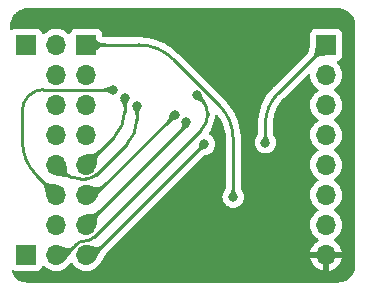
<source format=gbr>
%TF.GenerationSoftware,KiCad,Pcbnew,(6.0.1)*%
%TF.CreationDate,2022-09-16T08:00:15-07:00*%
%TF.ProjectId,takshaka-mux-board-rounded,74616b73-6861-46b6-912d-6d75782d626f,rev?*%
%TF.SameCoordinates,Original*%
%TF.FileFunction,Copper,L2,Bot*%
%TF.FilePolarity,Positive*%
%FSLAX46Y46*%
G04 Gerber Fmt 4.6, Leading zero omitted, Abs format (unit mm)*
G04 Created by KiCad (PCBNEW (6.0.1)) date 2022-09-16 08:00:15*
%MOMM*%
%LPD*%
G01*
G04 APERTURE LIST*
%TA.AperFunction,ComponentPad*%
%ADD10R,1.700000X1.700000*%
%TD*%
%TA.AperFunction,ComponentPad*%
%ADD11O,1.700000X1.700000*%
%TD*%
%TA.AperFunction,ViaPad*%
%ADD12C,0.800000*%
%TD*%
%TA.AperFunction,Conductor*%
%ADD13C,0.250000*%
%TD*%
G04 APERTURE END LIST*
D10*
%TO.P,J3,1,Pin_1*%
%TO.N,DRIFT*%
X93980000Y-73660000D03*
D11*
%TO.P,J3,2,Pin_2*%
%TO.N,SHIFT*%
X91440000Y-73660000D03*
%TO.P,J3,3,Pin_3*%
%TO.N,RUMBLE*%
X93980000Y-76200000D03*
%TO.P,J3,4,Pin_4*%
%TO.N,HOWL*%
X91440000Y-76200000D03*
%TO.P,J3,5,Pin_5*%
%TO.N,RES*%
X93980000Y-78740000D03*
%TO.P,J3,6,Pin_6*%
%TO.N,DRIVE*%
X91440000Y-78740000D03*
%TO.P,J3,7,Pin_7*%
%TO.N,ATTACK*%
X93980000Y-81280000D03*
%TO.P,J3,8,Pin_8*%
%TO.N,SUSTAIN*%
X91440000Y-81280000D03*
%TO.P,J3,9,Pin_9*%
%TO.N,DECAY*%
X93980000Y-83820000D03*
%TO.P,J3,10,Pin_10*%
%TO.N,P_D_MOD*%
X91440000Y-83820000D03*
%TO.P,J3,11,Pin_11*%
%TO.N,P_S_MOD*%
X93980000Y-86360000D03*
%TO.P,J3,12,Pin_12*%
%TO.N,P_H_MOD*%
X91440000Y-86360000D03*
%TO.P,J3,13,Pin_13*%
%TO.N,SLITHER*%
X93980000Y-88900000D03*
%TO.P,J3,14,Pin_14*%
%TO.N,S_D_MOD*%
X91440000Y-88900000D03*
%TO.P,J3,15,Pin_15*%
%TO.N,S_S_MOD*%
X93980000Y-91440000D03*
%TO.P,J3,16,Pin_16*%
%TO.N,S_C_MOD*%
X91440000Y-91440000D03*
%TD*%
D10*
%TO.P,J4,1,Pin_1*%
%TO.N,+3V3_A*%
X114300000Y-73660000D03*
D11*
%TO.P,J4,2,Pin_2*%
%TO.N,CHANNEL_SELECT_A*%
X114300000Y-76200000D03*
%TO.P,J4,3,Pin_3*%
%TO.N,CHANNEL_SELECT_B*%
X114300000Y-78740000D03*
%TO.P,J4,4,Pin_4*%
%TO.N,CHANNEL_SELECT_C*%
X114300000Y-81280000D03*
%TO.P,J4,5,Pin_5*%
%TO.N,MUX_1_SIGNAL*%
X114300000Y-83820000D03*
%TO.P,J4,6,Pin_6*%
%TO.N,MUX_2_SIGNAL*%
X114300000Y-86360000D03*
%TO.P,J4,7,Pin_7*%
%TO.N,unconnected-(J4-Pad7)*%
X114300000Y-88900000D03*
%TO.P,J4,8,Pin_8*%
%TO.N,GND*%
X114300000Y-91440000D03*
%TD*%
D10*
%TO.P,J1,1,Pin_1*%
%TO.N,unconnected-(J1-Pad1)*%
X88900000Y-73660000D03*
%TD*%
%TO.P,J2,1,Pin_1*%
%TO.N,unconnected-(J2-Pad1)*%
X88900000Y-91440000D03*
%TD*%
D12*
%TO.N,GND*%
X107630000Y-84990000D03*
X97560000Y-90790000D03*
X102900000Y-71910000D03*
X103190000Y-74150000D03*
X110930000Y-75290000D03*
%TO.N,S_C_MOD*%
X103348500Y-77909600D03*
%TO.N,S_S_MOD*%
X103987700Y-82073100D03*
%TO.N,SLITHER*%
X102470000Y-80220000D03*
%TO.N,P_H_MOD*%
X96270000Y-77450000D03*
%TO.N,P_S_MOD*%
X101463400Y-79557300D03*
%TO.N,P_D_MOD*%
X98274100Y-78814300D03*
%TO.N,DECAY*%
X97230000Y-78160000D03*
%TO.N,DRIFT*%
X106434800Y-86550100D03*
%TO.N,+3V3_A*%
X109155400Y-81947300D03*
%TD*%
D13*
%TO.N,S_C_MOD*%
X91843950Y-91439999D02*
G75*
G03*
X92533535Y-91154364I-4J975229D01*
G01*
X104259999Y-79465627D02*
G75*
G03*
X103804249Y-78365351I-1556028J-1D01*
G01*
X93873700Y-90264700D02*
G75*
G03*
X94642751Y-89946148I-1J1087603D01*
G01*
X103726912Y-80861987D02*
G75*
G03*
X104260000Y-79575000I-1286998J1286992D01*
G01*
X93104648Y-90583251D02*
G75*
G02*
X93873700Y-90264700I769048J-769046D01*
G01*
%TO.N,S_S_MOD*%
X94300400Y-91439999D02*
G75*
G03*
X94847356Y-91213441I-4J773521D01*
G01*
%TO.N,SLITHER*%
X102402824Y-80477175D02*
G75*
G03*
X102470000Y-80315000I-162181J162179D01*
G01*
%TO.N,P_H_MOD*%
X89775344Y-84695344D02*
G75*
G02*
X88580000Y-81809527I2885809J2885813D01*
G01*
X88580000Y-79225391D02*
G75*
G02*
X89100000Y-77970000I1775383J3D01*
G01*
X89100000Y-77970000D02*
G75*
G02*
X90355391Y-77450000I1255388J-1255383D01*
G01*
%TO.N,P_S_MOD*%
X94320350Y-86359999D02*
G75*
G03*
X94901362Y-86119335I-2J821680D01*
G01*
%TO.N,P_D_MOD*%
X97424935Y-82065264D02*
G75*
G03*
X98274100Y-80015200I-2050067J2050066D01*
G01*
X93454556Y-85000099D02*
G75*
G02*
X92030050Y-84410050I0J2014555D01*
G01*
X93987368Y-85000100D02*
G75*
G03*
X94845584Y-84644615I-3J1213706D01*
G01*
%TO.N,DECAY*%
X96377936Y-81422063D02*
G75*
G03*
X97230000Y-79365000I-2057072J2057068D01*
G01*
%TO.N,DRIFT*%
X98441727Y-73660000D02*
G75*
G02*
X101327544Y-74855344I4J-4081153D01*
G01*
X106434799Y-81653072D02*
G75*
G03*
X105239454Y-78767256I-4081170J-4D01*
G01*
%TO.N,+3V3_A*%
X114292928Y-73687071D02*
G75*
G03*
X114300000Y-73670000I-17072J17073D01*
G01*
X109155401Y-80385950D02*
G75*
G02*
X110259442Y-77720559I3769422J5D01*
G01*
%TO.N,SLITHER*%
X102470000Y-80220000D02*
X102470000Y-80315000D01*
X102402824Y-80477175D02*
X93980000Y-88900000D01*
%TO.N,DECAY*%
X97230000Y-78160000D02*
X97230000Y-79365000D01*
X96377936Y-81422063D02*
X93980000Y-83820000D01*
%TO.N,+3V3_A*%
X109155400Y-81947300D02*
X109155400Y-80385950D01*
X114292928Y-73687071D02*
X110259441Y-77720558D01*
X114300000Y-73670000D02*
X114300000Y-73660000D01*
%TO.N,S_C_MOD*%
X94642751Y-89946148D02*
X103726912Y-80861987D01*
X104260000Y-79465627D02*
X104260000Y-79575000D01*
X103804250Y-78365350D02*
X103348500Y-77909600D01*
X92533535Y-91154364D02*
X93104648Y-90583251D01*
X91843950Y-91440000D02*
X91440000Y-91440000D01*
%TO.N,P_H_MOD*%
X89775344Y-84695344D02*
X91440000Y-86360000D01*
X88580000Y-81809527D02*
X88580000Y-79225391D01*
X96270000Y-77450000D02*
X90355391Y-77450000D01*
%TO.N,P_D_MOD*%
X97424935Y-82065264D02*
X94845584Y-84644615D01*
X98274100Y-80015200D02*
X98274100Y-78814300D01*
X93454556Y-85000100D02*
X93987368Y-85000100D01*
X92030050Y-84410050D02*
X91440000Y-83820000D01*
%TO.N,P_S_MOD*%
X101463400Y-79557300D02*
X94901363Y-86119336D01*
X94320350Y-86360000D02*
X93980000Y-86360000D01*
%TO.N,S_S_MOD*%
X103987700Y-82073100D02*
X94847357Y-91213442D01*
X94300400Y-91440000D02*
X93980000Y-91440000D01*
%TO.N,DRIFT*%
X106434800Y-86550100D02*
X106434800Y-81653072D01*
X101327544Y-74855344D02*
X105239455Y-78767255D01*
X98441727Y-73660000D02*
X93980000Y-73660000D01*
%TD*%
%TA.AperFunction,Conductor*%
%TO.N,S_C_MOD*%
G36*
X91630814Y-90612122D02*
G01*
X91771811Y-90651108D01*
X91772773Y-90651420D01*
X91908568Y-90701950D01*
X91909083Y-90702155D01*
X92034752Y-90755817D01*
X92152629Y-90806101D01*
X92152793Y-90806160D01*
X92152806Y-90806165D01*
X92222094Y-90831037D01*
X92265074Y-90846465D01*
X92265436Y-90846544D01*
X92265442Y-90846546D01*
X92374103Y-90870345D01*
X92374108Y-90870346D01*
X92374690Y-90870473D01*
X92375288Y-90870480D01*
X92375291Y-90870480D01*
X92483327Y-90871679D01*
X92483330Y-90871679D01*
X92484081Y-90871687D01*
X92595849Y-90843670D01*
X92712597Y-90779985D01*
X92828709Y-90681188D01*
X92837229Y-90678438D01*
X92844562Y-90681827D01*
X93005599Y-90842864D01*
X93009026Y-90851137D01*
X93005767Y-90859239D01*
X92867373Y-91003388D01*
X92867295Y-91003477D01*
X92750002Y-91137271D01*
X92749991Y-91137284D01*
X92749929Y-91137355D01*
X92654629Y-91257005D01*
X92574727Y-91366474D01*
X92503481Y-91469896D01*
X92456414Y-91538805D01*
X92434237Y-91571273D01*
X92434094Y-91571479D01*
X92360113Y-91674953D01*
X92359826Y-91675337D01*
X92274415Y-91785001D01*
X92274042Y-91785456D01*
X92170351Y-91905612D01*
X92169954Y-91906048D01*
X92046982Y-92034818D01*
X92038790Y-92038435D01*
X92033331Y-92037223D01*
X91038359Y-91544604D01*
X91032465Y-91537863D01*
X91033065Y-91528929D01*
X91033702Y-91527803D01*
X91617848Y-90617082D01*
X91625199Y-90611969D01*
X91630814Y-90612122D01*
G37*
%TD.AperFunction*%
%TD*%
%TA.AperFunction,Conductor*%
%TO.N,S_S_MOD*%
G36*
X95341167Y-90558228D02*
G01*
X95502253Y-90719314D01*
X95505680Y-90727587D01*
X95502523Y-90735582D01*
X95361002Y-90886806D01*
X95360859Y-90886959D01*
X95245334Y-91030373D01*
X95155780Y-91161192D01*
X95084298Y-91283049D01*
X95022985Y-91399575D01*
X94964012Y-91514269D01*
X94963876Y-91514525D01*
X94929713Y-91576204D01*
X94899449Y-91630843D01*
X94899072Y-91631476D01*
X94821315Y-91753110D01*
X94820783Y-91753873D01*
X94721716Y-91884654D01*
X94721115Y-91885384D01*
X94598111Y-92023074D01*
X94590044Y-92026960D01*
X94584700Y-92025999D01*
X93868817Y-91712904D01*
X93592436Y-91592028D01*
X93586229Y-91585573D01*
X93586596Y-91576205D01*
X93981648Y-90761260D01*
X94058951Y-90601793D01*
X94065643Y-90595844D01*
X94071237Y-90595330D01*
X94221362Y-90618145D01*
X94222392Y-90618349D01*
X94285215Y-90633765D01*
X94365904Y-90653565D01*
X94366474Y-90653721D01*
X94498556Y-90693687D01*
X94498553Y-90693697D01*
X94498621Y-90693707D01*
X94608261Y-90727587D01*
X94621849Y-90731786D01*
X94738974Y-90761347D01*
X94852829Y-90775783D01*
X94853377Y-90775748D01*
X94853381Y-90775748D01*
X94965631Y-90768552D01*
X94965634Y-90768551D01*
X94966311Y-90768508D01*
X95082316Y-90732934D01*
X95082891Y-90732600D01*
X95082894Y-90732599D01*
X95203271Y-90662746D01*
X95203740Y-90662474D01*
X95325252Y-90557642D01*
X95333754Y-90554833D01*
X95341167Y-90558228D01*
G37*
%TD.AperFunction*%
%TD*%
%TA.AperFunction,Conductor*%
%TO.N,P_S_MOD*%
G36*
X95347199Y-85512069D02*
G01*
X95508285Y-85673155D01*
X95511712Y-85681428D01*
X95508540Y-85689438D01*
X95367434Y-85839680D01*
X95367285Y-85839839D01*
X95251319Y-85981994D01*
X95160635Y-86111274D01*
X95087462Y-86231313D01*
X95087405Y-86231416D01*
X95087402Y-86231421D01*
X95024031Y-86345746D01*
X94962658Y-86458047D01*
X94962471Y-86458376D01*
X94895495Y-86572022D01*
X94895106Y-86572638D01*
X94814729Y-86691393D01*
X94814208Y-86692103D01*
X94712603Y-86819754D01*
X94712010Y-86820443D01*
X94586834Y-86954820D01*
X94578687Y-86958538D01*
X94573336Y-86957452D01*
X93587537Y-86498297D01*
X93581484Y-86491697D01*
X93582134Y-86482222D01*
X93846729Y-85981832D01*
X94088256Y-85525069D01*
X94095152Y-85519358D01*
X94100756Y-85519040D01*
X94171327Y-85532287D01*
X94247400Y-85546568D01*
X94248405Y-85546803D01*
X94388937Y-85586276D01*
X94389506Y-85586452D01*
X94518961Y-85630036D01*
X94519000Y-85630049D01*
X94640055Y-85671277D01*
X94678553Y-85682075D01*
X94754828Y-85703469D01*
X94754833Y-85703470D01*
X94755175Y-85703566D01*
X94755529Y-85703619D01*
X94755532Y-85703620D01*
X94866587Y-85720358D01*
X94866592Y-85720358D01*
X94867154Y-85720443D01*
X94978784Y-85715437D01*
X95092860Y-85682075D01*
X95212176Y-85613885D01*
X95212597Y-85613523D01*
X95212600Y-85613521D01*
X95331298Y-85511470D01*
X95339806Y-85508675D01*
X95347199Y-85512069D01*
G37*
%TD.AperFunction*%
%TD*%
%TA.AperFunction,Conductor*%
%TO.N,P_D_MOD*%
G36*
X91398136Y-83524767D02*
G01*
X92232844Y-83536990D01*
X92241066Y-83540538D01*
X92243927Y-83545488D01*
X92287949Y-83700257D01*
X92288225Y-83701470D01*
X92314869Y-83856036D01*
X92314977Y-83856817D01*
X92330176Y-84003356D01*
X92330194Y-84003548D01*
X92342043Y-84141461D01*
X92358699Y-84270102D01*
X92388334Y-84388948D01*
X92439133Y-84497593D01*
X92519279Y-84595628D01*
X92636957Y-84682644D01*
X92637499Y-84682895D01*
X92637501Y-84682896D01*
X92790546Y-84753700D01*
X92796615Y-84760284D01*
X92796609Y-84768370D01*
X92717756Y-84982039D01*
X92711677Y-84988614D01*
X92702975Y-84989052D01*
X92701702Y-84988614D01*
X92646876Y-84969759D01*
X92507037Y-84921666D01*
X92507025Y-84921662D01*
X92506911Y-84921623D01*
X92506797Y-84921590D01*
X92506781Y-84921585D01*
X92329928Y-84870487D01*
X92329783Y-84870445D01*
X92175586Y-84834608D01*
X92175456Y-84834584D01*
X92175440Y-84834581D01*
X92037596Y-84809499D01*
X92037575Y-84809495D01*
X92037495Y-84809481D01*
X92037409Y-84809468D01*
X92037389Y-84809465D01*
X91908684Y-84790433D01*
X91782456Y-84772849D01*
X91782233Y-84772816D01*
X91703410Y-84760284D01*
X91651817Y-84752081D01*
X91651379Y-84752001D01*
X91510003Y-84723511D01*
X91509416Y-84723377D01*
X91455015Y-84709416D01*
X91350070Y-84682482D01*
X91349467Y-84682310D01*
X91289269Y-84663374D01*
X91172972Y-84626792D01*
X91166110Y-84621041D01*
X91164787Y-84615918D01*
X91164302Y-84596062D01*
X91138307Y-83533120D01*
X91141531Y-83524767D01*
X91150175Y-83521136D01*
X91398136Y-83524767D01*
G37*
%TD.AperFunction*%
%TD*%
%TA.AperFunction,Conductor*%
%TO.N,SLITHER*%
G36*
X102553659Y-80044059D02*
G01*
X102559932Y-80051025D01*
X102717225Y-80524358D01*
X102716582Y-80533290D01*
X102713150Y-80537402D01*
X102649369Y-80585326D01*
X102648767Y-80585749D01*
X102585483Y-80627343D01*
X102584922Y-80627690D01*
X102526582Y-80661487D01*
X102526194Y-80661702D01*
X102470842Y-80691021D01*
X102416676Y-80719105D01*
X102362064Y-80749133D01*
X102361916Y-80749225D01*
X102305333Y-80784289D01*
X102305319Y-80784298D01*
X102305163Y-80784395D01*
X102305012Y-80784503D01*
X102305005Y-80784508D01*
X102244295Y-80828061D01*
X102244131Y-80828179D01*
X102177125Y-80883775D01*
X102176992Y-80883901D01*
X102176986Y-80883906D01*
X102110570Y-80946661D01*
X102102203Y-80949852D01*
X102094262Y-80946430D01*
X101933449Y-80785617D01*
X101930022Y-80777344D01*
X101933098Y-80769437D01*
X101978700Y-80719696D01*
X101978702Y-80719694D01*
X101978907Y-80719470D01*
X102018593Y-80665579D01*
X102020715Y-80661702D01*
X102046260Y-80615016D01*
X102046475Y-80614623D01*
X102064444Y-80565199D01*
X102074392Y-80515907D01*
X102078210Y-80465347D01*
X102077789Y-80412116D01*
X102075021Y-80354816D01*
X102071804Y-80292172D01*
X102071793Y-80291872D01*
X102070222Y-80230719D01*
X102073435Y-80222361D01*
X102077797Y-80219469D01*
X102544709Y-80043766D01*
X102553659Y-80044059D01*
G37*
%TD.AperFunction*%
%TD*%
%TA.AperFunction,Conductor*%
%TO.N,SLITHER*%
G36*
X95094478Y-87624459D02*
G01*
X95255541Y-87785522D01*
X95258968Y-87793795D01*
X95255957Y-87801630D01*
X95159114Y-87909025D01*
X95129686Y-87941659D01*
X95034721Y-88077880D01*
X95034526Y-88078272D01*
X95034523Y-88078277D01*
X95024989Y-88097443D01*
X94971109Y-88205754D01*
X94931461Y-88328993D01*
X94908386Y-88451308D01*
X94908363Y-88451512D01*
X94908362Y-88451521D01*
X94894492Y-88576411D01*
X94894483Y-88576504D01*
X94882407Y-88707827D01*
X94882366Y-88708205D01*
X94864739Y-88849428D01*
X94864608Y-88850241D01*
X94834101Y-89005043D01*
X94833845Y-89006087D01*
X94785347Y-89170725D01*
X94779722Y-89177693D01*
X94774355Y-89179117D01*
X94013149Y-89193997D01*
X93691645Y-89200282D01*
X93683306Y-89197017D01*
X93679718Y-89188355D01*
X93689108Y-88708015D01*
X93700883Y-88105646D01*
X93704471Y-88097443D01*
X93709274Y-88094654D01*
X93797282Y-88068728D01*
X93873912Y-88046154D01*
X93874956Y-88045898D01*
X94029758Y-88015391D01*
X94030571Y-88015260D01*
X94171794Y-87997633D01*
X94172172Y-87997592D01*
X94226979Y-87992552D01*
X94303588Y-87985507D01*
X94304109Y-87985449D01*
X94428478Y-87971637D01*
X94428487Y-87971636D01*
X94428691Y-87971613D01*
X94428906Y-87971573D01*
X94428909Y-87971572D01*
X94461248Y-87965471D01*
X94551006Y-87948538D01*
X94551344Y-87948429D01*
X94551349Y-87948428D01*
X94605322Y-87931064D01*
X94674245Y-87908890D01*
X94738499Y-87876926D01*
X94801722Y-87845476D01*
X94801727Y-87845473D01*
X94802119Y-87845278D01*
X94938340Y-87750313D01*
X94938613Y-87750067D01*
X95078370Y-87624043D01*
X95086809Y-87621048D01*
X95094478Y-87624459D01*
G37*
%TD.AperFunction*%
%TD*%
%TA.AperFunction,Conductor*%
%TO.N,DECAY*%
G36*
X97238433Y-77968769D02*
G01*
X97584174Y-78328297D01*
X97587439Y-78336635D01*
X97586119Y-78341809D01*
X97553736Y-78404005D01*
X97553443Y-78404534D01*
X97518513Y-78463921D01*
X97518320Y-78464236D01*
X97485118Y-78516809D01*
X97485115Y-78516811D01*
X97485116Y-78516812D01*
X97454261Y-78565640D01*
X97426476Y-78613647D01*
X97402374Y-78663935D01*
X97382564Y-78719610D01*
X97367658Y-78783777D01*
X97358266Y-78859538D01*
X97358257Y-78859799D01*
X97355407Y-78938722D01*
X97351684Y-78946866D01*
X97343715Y-78950000D01*
X97116285Y-78950000D01*
X97108012Y-78946573D01*
X97104593Y-78938722D01*
X97101742Y-78859799D01*
X97101733Y-78859538D01*
X97092341Y-78783777D01*
X97077435Y-78719610D01*
X97057625Y-78663935D01*
X97033523Y-78613647D01*
X97005738Y-78565640D01*
X96974883Y-78516812D01*
X96941666Y-78464214D01*
X96941486Y-78463921D01*
X96906556Y-78404534D01*
X96906263Y-78404005D01*
X96873881Y-78341810D01*
X96873100Y-78332889D01*
X96875826Y-78328297D01*
X97221567Y-77968769D01*
X97229771Y-77965181D01*
X97238433Y-77968769D01*
G37*
%TD.AperFunction*%
%TD*%
%TA.AperFunction,Conductor*%
%TO.N,DECAY*%
G36*
X95094478Y-82544459D02*
G01*
X95255540Y-82705522D01*
X95258967Y-82713795D01*
X95255956Y-82721630D01*
X95129932Y-82861386D01*
X95129686Y-82861659D01*
X95034720Y-82997880D01*
X95034525Y-82998272D01*
X95034522Y-82998277D01*
X95024988Y-83017443D01*
X94971108Y-83125754D01*
X94931460Y-83248993D01*
X94908385Y-83371308D01*
X94908362Y-83371512D01*
X94908361Y-83371521D01*
X94894492Y-83496411D01*
X94894483Y-83496504D01*
X94882407Y-83627827D01*
X94882366Y-83628205D01*
X94864738Y-83769428D01*
X94864607Y-83770241D01*
X94834101Y-83925043D01*
X94833845Y-83926087D01*
X94785347Y-84090725D01*
X94779722Y-84097693D01*
X94774355Y-84099117D01*
X94013149Y-84113997D01*
X93691645Y-84120282D01*
X93683306Y-84117017D01*
X93679718Y-84108355D01*
X93689108Y-83628015D01*
X93700883Y-83025646D01*
X93704471Y-83017443D01*
X93709274Y-83014654D01*
X93797282Y-82988728D01*
X93873912Y-82966154D01*
X93874956Y-82965898D01*
X94029758Y-82935391D01*
X94030571Y-82935260D01*
X94171794Y-82917633D01*
X94172172Y-82917592D01*
X94226979Y-82912552D01*
X94303588Y-82905507D01*
X94304109Y-82905449D01*
X94428478Y-82891637D01*
X94428487Y-82891636D01*
X94428691Y-82891613D01*
X94428906Y-82891573D01*
X94428909Y-82891572D01*
X94461222Y-82885476D01*
X94551007Y-82868538D01*
X94551345Y-82868429D01*
X94551350Y-82868428D01*
X94605325Y-82851063D01*
X94674245Y-82828890D01*
X94738498Y-82796927D01*
X94801722Y-82765477D01*
X94801727Y-82765474D01*
X94802119Y-82765279D01*
X94938340Y-82670313D01*
X94938613Y-82670067D01*
X95078370Y-82544043D01*
X95086809Y-82541048D01*
X95094478Y-82544459D01*
G37*
%TD.AperFunction*%
%TD*%
%TA.AperFunction,Conductor*%
%TO.N,+3V3_A*%
G36*
X109277388Y-81160727D02*
G01*
X109280807Y-81168578D01*
X109283666Y-81247761D01*
X109293058Y-81323522D01*
X109307964Y-81387689D01*
X109327774Y-81443364D01*
X109351876Y-81493652D01*
X109379661Y-81541659D01*
X109379704Y-81541727D01*
X109379710Y-81541737D01*
X109410516Y-81590487D01*
X109410518Y-81590490D01*
X109443720Y-81643063D01*
X109443913Y-81643378D01*
X109478843Y-81702765D01*
X109479136Y-81703294D01*
X109511519Y-81765491D01*
X109512300Y-81774412D01*
X109509575Y-81779002D01*
X109163833Y-82138531D01*
X109155629Y-82142119D01*
X109146967Y-82138531D01*
X108801226Y-81779003D01*
X108797961Y-81770664D01*
X108799281Y-81765490D01*
X108831663Y-81703294D01*
X108831956Y-81702765D01*
X108866886Y-81643378D01*
X108867079Y-81643063D01*
X108900281Y-81590490D01*
X108900284Y-81590488D01*
X108900283Y-81590487D01*
X108931089Y-81541737D01*
X108931095Y-81541727D01*
X108931138Y-81541659D01*
X108958923Y-81493652D01*
X108983025Y-81443364D01*
X109002835Y-81387689D01*
X109017741Y-81323522D01*
X109027133Y-81247761D01*
X109029993Y-81168578D01*
X109033716Y-81160434D01*
X109041685Y-81157300D01*
X109269115Y-81157300D01*
X109277388Y-81160727D01*
G37*
%TD.AperFunction*%
%TD*%
%TA.AperFunction,Conductor*%
%TO.N,+3V3_A*%
G36*
X114591737Y-73358111D02*
G01*
X114595468Y-73366711D01*
X114592228Y-74449629D01*
X114588776Y-74457892D01*
X114584028Y-74460758D01*
X114478277Y-74493908D01*
X114417944Y-74512821D01*
X114416925Y-74513091D01*
X114369944Y-74523248D01*
X114260891Y-74546825D01*
X114260084Y-74546970D01*
X114117790Y-74567427D01*
X114117410Y-74567476D01*
X113984952Y-74582076D01*
X113858810Y-74598236D01*
X113801549Y-74609911D01*
X113735743Y-74623328D01*
X113735740Y-74623329D01*
X113735386Y-74623401D01*
X113735044Y-74623515D01*
X113611321Y-74664896D01*
X113611319Y-74664897D01*
X113610906Y-74665035D01*
X113610514Y-74665234D01*
X113481974Y-74730410D01*
X113481971Y-74730412D01*
X113481594Y-74730603D01*
X113481246Y-74730848D01*
X113343968Y-74827363D01*
X113343961Y-74827369D01*
X113343676Y-74827569D01*
X113343416Y-74827804D01*
X113343411Y-74827808D01*
X113272900Y-74891531D01*
X113201630Y-74955940D01*
X113193195Y-74958945D01*
X113185513Y-74955533D01*
X113024462Y-74794482D01*
X113021035Y-74786209D01*
X113024050Y-74778369D01*
X113150615Y-74638153D01*
X113150857Y-74637885D01*
X113246376Y-74501293D01*
X113246567Y-74500912D01*
X113246570Y-74500906D01*
X113278376Y-74437275D01*
X113310463Y-74373082D01*
X113350421Y-74249492D01*
X113373557Y-74126763D01*
X113387176Y-74001132D01*
X113398566Y-73869016D01*
X113398600Y-73868678D01*
X113415033Y-73726515D01*
X113415149Y-73725739D01*
X113443878Y-73569735D01*
X113444112Y-73568721D01*
X113490276Y-73402631D01*
X113495794Y-73395578D01*
X113501127Y-73394072D01*
X113983820Y-73376638D01*
X114583346Y-73354985D01*
X114591737Y-73358111D01*
G37*
%TD.AperFunction*%
%TD*%
%TA.AperFunction,Conductor*%
%TO.N,S_C_MOD*%
G36*
X103718289Y-77778173D02*
G01*
X103726493Y-77781761D01*
X103729071Y-77785914D01*
X103764093Y-77883366D01*
X103798975Y-77972775D01*
X103832501Y-78050662D01*
X103866176Y-78121134D01*
X103901509Y-78188299D01*
X103901534Y-78188342D01*
X103901547Y-78188367D01*
X103939953Y-78256168D01*
X103940006Y-78256261D01*
X103983176Y-78329129D01*
X104007348Y-78369236D01*
X104032514Y-78410992D01*
X104032524Y-78411009D01*
X104089514Y-78505932D01*
X104089559Y-78506007D01*
X104149813Y-78608105D01*
X104151067Y-78616972D01*
X104145635Y-78624157D01*
X103949593Y-78738582D01*
X103940720Y-78739793D01*
X103933829Y-78734766D01*
X103876748Y-78645226D01*
X103876597Y-78644989D01*
X103815102Y-78566489D01*
X103753973Y-78505432D01*
X103691793Y-78458497D01*
X103691438Y-78458298D01*
X103691434Y-78458296D01*
X103659776Y-78440602D01*
X103627143Y-78422362D01*
X103558606Y-78393706D01*
X103484764Y-78369207D01*
X103484697Y-78369187D01*
X103484677Y-78369181D01*
X103404210Y-78345548D01*
X103404199Y-78345545D01*
X103315623Y-78319437D01*
X103315370Y-78319359D01*
X103225146Y-78290020D01*
X103218339Y-78284203D01*
X103217067Y-78279123D01*
X103216622Y-78256320D01*
X103207317Y-77780344D01*
X103210582Y-77772005D01*
X103219244Y-77768417D01*
X103718289Y-77778173D01*
G37*
%TD.AperFunction*%
%TD*%
%TA.AperFunction,Conductor*%
%TO.N,P_H_MOD*%
G36*
X90341630Y-85084043D02*
G01*
X90481386Y-85210067D01*
X90481659Y-85210313D01*
X90617880Y-85305278D01*
X90618272Y-85305473D01*
X90618277Y-85305476D01*
X90681500Y-85336926D01*
X90745754Y-85368890D01*
X90814677Y-85391064D01*
X90868650Y-85408428D01*
X90868655Y-85408429D01*
X90868993Y-85408538D01*
X90958751Y-85425471D01*
X90991090Y-85431572D01*
X90991093Y-85431573D01*
X90991308Y-85431613D01*
X90991512Y-85431636D01*
X90991521Y-85431637D01*
X91115890Y-85445449D01*
X91116411Y-85445507D01*
X91193020Y-85452552D01*
X91247827Y-85457592D01*
X91248205Y-85457633D01*
X91389428Y-85475260D01*
X91390241Y-85475391D01*
X91545043Y-85505898D01*
X91546087Y-85506154D01*
X91621152Y-85528267D01*
X91710726Y-85554654D01*
X91717693Y-85560278D01*
X91719117Y-85565645D01*
X91730892Y-86168015D01*
X91740282Y-86648355D01*
X91737017Y-86656694D01*
X91728355Y-86660282D01*
X91406851Y-86653997D01*
X90645646Y-86639117D01*
X90637443Y-86635529D01*
X90634653Y-86630725D01*
X90586154Y-86466087D01*
X90585898Y-86465043D01*
X90555391Y-86310241D01*
X90555260Y-86309428D01*
X90537633Y-86168205D01*
X90537592Y-86167827D01*
X90525507Y-86036411D01*
X90511637Y-85911521D01*
X90511636Y-85911512D01*
X90511613Y-85911308D01*
X90488538Y-85788993D01*
X90448890Y-85665754D01*
X90396420Y-85560278D01*
X90385476Y-85538277D01*
X90385473Y-85538272D01*
X90385278Y-85537880D01*
X90290313Y-85401659D01*
X90290067Y-85401386D01*
X90164043Y-85261630D01*
X90161048Y-85253191D01*
X90164459Y-85245522D01*
X90325522Y-85084459D01*
X90333795Y-85081032D01*
X90341630Y-85084043D01*
G37*
%TD.AperFunction*%
%TD*%
%TA.AperFunction,Conductor*%
%TO.N,P_H_MOD*%
G36*
X96101703Y-77095826D02*
G01*
X96461231Y-77441567D01*
X96464819Y-77449771D01*
X96461231Y-77458433D01*
X96101703Y-77804174D01*
X96093365Y-77807439D01*
X96088191Y-77806119D01*
X96025994Y-77773736D01*
X96025465Y-77773443D01*
X96016739Y-77768311D01*
X95966061Y-77738503D01*
X95965785Y-77738333D01*
X95913190Y-77705118D01*
X95913188Y-77705115D01*
X95913187Y-77705116D01*
X95864437Y-77674310D01*
X95864427Y-77674304D01*
X95864359Y-77674261D01*
X95816352Y-77646476D01*
X95816150Y-77646379D01*
X95816144Y-77646376D01*
X95766339Y-77622506D01*
X95766064Y-77622374D01*
X95710389Y-77602564D01*
X95684557Y-77596563D01*
X95646524Y-77587728D01*
X95646521Y-77587728D01*
X95646222Y-77587658D01*
X95645913Y-77587620D01*
X95645909Y-77587619D01*
X95601886Y-77582162D01*
X95570461Y-77578266D01*
X95514870Y-77576259D01*
X95491278Y-77575407D01*
X95483134Y-77571684D01*
X95480000Y-77563715D01*
X95480000Y-77336285D01*
X95483427Y-77328012D01*
X95491278Y-77324593D01*
X95524212Y-77323403D01*
X95570461Y-77321733D01*
X95601886Y-77317837D01*
X95645909Y-77312380D01*
X95645913Y-77312379D01*
X95646222Y-77312341D01*
X95646521Y-77312271D01*
X95646524Y-77312271D01*
X95710070Y-77297509D01*
X95710068Y-77297509D01*
X95710389Y-77297435D01*
X95766064Y-77277625D01*
X95785766Y-77268182D01*
X95816144Y-77253623D01*
X95816150Y-77253620D01*
X95816352Y-77253523D01*
X95864359Y-77225738D01*
X95913187Y-77194883D01*
X95965785Y-77161666D01*
X95966061Y-77161496D01*
X96025465Y-77126556D01*
X96025994Y-77126263D01*
X96033879Y-77122158D01*
X96088191Y-77093881D01*
X96097111Y-77093100D01*
X96101703Y-77095826D01*
G37*
%TD.AperFunction*%
%TD*%
%TA.AperFunction,Conductor*%
%TO.N,P_D_MOD*%
G36*
X98282533Y-78623069D02*
G01*
X98628274Y-78982597D01*
X98631539Y-78990935D01*
X98630219Y-78996109D01*
X98597836Y-79058305D01*
X98597543Y-79058834D01*
X98562613Y-79118221D01*
X98562420Y-79118536D01*
X98529218Y-79171109D01*
X98529215Y-79171111D01*
X98529216Y-79171112D01*
X98498361Y-79219940D01*
X98470576Y-79267947D01*
X98446474Y-79318235D01*
X98426664Y-79373910D01*
X98411758Y-79438077D01*
X98402366Y-79513838D01*
X98402357Y-79514099D01*
X98399507Y-79593022D01*
X98395784Y-79601166D01*
X98387815Y-79604300D01*
X98160385Y-79604300D01*
X98152112Y-79600873D01*
X98148693Y-79593022D01*
X98145842Y-79514099D01*
X98145833Y-79513838D01*
X98136441Y-79438077D01*
X98121535Y-79373910D01*
X98101725Y-79318235D01*
X98077623Y-79267947D01*
X98049838Y-79219940D01*
X98018983Y-79171112D01*
X97985766Y-79118514D01*
X97985586Y-79118221D01*
X97950656Y-79058834D01*
X97950363Y-79058305D01*
X97917981Y-78996110D01*
X97917200Y-78987189D01*
X97919926Y-78982597D01*
X98265667Y-78623069D01*
X98273871Y-78619481D01*
X98282533Y-78623069D01*
G37*
%TD.AperFunction*%
%TD*%
%TA.AperFunction,Conductor*%
%TO.N,P_S_MOD*%
G36*
X101600995Y-79419382D02*
G01*
X101604583Y-79428044D01*
X101594834Y-79926743D01*
X101591246Y-79934947D01*
X101586653Y-79937673D01*
X101519767Y-79958757D01*
X101519211Y-79958917D01*
X101452530Y-79976206D01*
X101452197Y-79976287D01*
X101391489Y-79989999D01*
X101391489Y-79989998D01*
X101391485Y-79990000D01*
X101335145Y-80002707D01*
X101281553Y-80017006D01*
X101281334Y-80017083D01*
X101281331Y-80017084D01*
X101229244Y-80035418D01*
X101229236Y-80035421D01*
X101228950Y-80035522D01*
X101175575Y-80060883D01*
X101175297Y-80061056D01*
X101175290Y-80061060D01*
X101119925Y-80095551D01*
X101119662Y-80095715D01*
X101119424Y-80095901D01*
X101119419Y-80095904D01*
X101059643Y-80142495D01*
X101059636Y-80142501D01*
X101059450Y-80142646D01*
X101030207Y-80169851D01*
X101001437Y-80196615D01*
X100993046Y-80199741D01*
X100985195Y-80196322D01*
X100824377Y-80035504D01*
X100820950Y-80027231D01*
X100824083Y-80019264D01*
X100878053Y-79961249D01*
X100878198Y-79961063D01*
X100878204Y-79961056D01*
X100924795Y-79901280D01*
X100924798Y-79901275D01*
X100924984Y-79901037D01*
X100925148Y-79900774D01*
X100959639Y-79845409D01*
X100959643Y-79845402D01*
X100959816Y-79845124D01*
X100985177Y-79791749D01*
X100985278Y-79791463D01*
X100985281Y-79791455D01*
X101003615Y-79739368D01*
X101003616Y-79739365D01*
X101003693Y-79739146D01*
X101017992Y-79685554D01*
X101030699Y-79629214D01*
X101030702Y-79629210D01*
X101030700Y-79629210D01*
X101044412Y-79568502D01*
X101044500Y-79568143D01*
X101061775Y-79501518D01*
X101061941Y-79500937D01*
X101083027Y-79434046D01*
X101088783Y-79427186D01*
X101093957Y-79425866D01*
X101592656Y-79416117D01*
X101600995Y-79419382D01*
G37*
%TD.AperFunction*%
%TD*%
%TA.AperFunction,Conductor*%
%TO.N,S_S_MOD*%
G36*
X104125295Y-81935182D02*
G01*
X104128883Y-81943844D01*
X104119134Y-82442543D01*
X104115546Y-82450747D01*
X104110953Y-82453473D01*
X104044067Y-82474557D01*
X104043511Y-82474717D01*
X103976830Y-82492006D01*
X103976497Y-82492087D01*
X103915789Y-82505799D01*
X103915789Y-82505798D01*
X103915785Y-82505800D01*
X103859445Y-82518507D01*
X103805853Y-82532806D01*
X103805634Y-82532883D01*
X103805631Y-82532884D01*
X103753544Y-82551218D01*
X103753536Y-82551221D01*
X103753250Y-82551322D01*
X103699875Y-82576683D01*
X103699597Y-82576856D01*
X103699590Y-82576860D01*
X103644225Y-82611351D01*
X103643962Y-82611515D01*
X103643724Y-82611701D01*
X103643719Y-82611704D01*
X103583943Y-82658295D01*
X103583936Y-82658301D01*
X103583750Y-82658446D01*
X103554507Y-82685651D01*
X103525737Y-82712415D01*
X103517346Y-82715541D01*
X103509495Y-82712122D01*
X103348677Y-82551304D01*
X103345250Y-82543031D01*
X103348383Y-82535064D01*
X103402353Y-82477049D01*
X103402498Y-82476863D01*
X103402504Y-82476856D01*
X103449095Y-82417080D01*
X103449098Y-82417075D01*
X103449284Y-82416837D01*
X103449448Y-82416574D01*
X103483939Y-82361209D01*
X103483943Y-82361202D01*
X103484116Y-82360924D01*
X103509477Y-82307549D01*
X103509578Y-82307263D01*
X103509581Y-82307255D01*
X103527915Y-82255168D01*
X103527916Y-82255165D01*
X103527993Y-82254946D01*
X103542292Y-82201354D01*
X103554999Y-82145014D01*
X103555002Y-82145010D01*
X103555000Y-82145010D01*
X103568712Y-82084302D01*
X103568800Y-82083943D01*
X103586075Y-82017318D01*
X103586241Y-82016737D01*
X103607327Y-81949846D01*
X103613083Y-81942986D01*
X103618257Y-81941666D01*
X104116956Y-81931917D01*
X104125295Y-81935182D01*
G37*
%TD.AperFunction*%
%TD*%
%TA.AperFunction,Conductor*%
%TO.N,DRIFT*%
G36*
X106556788Y-85763527D02*
G01*
X106560207Y-85771378D01*
X106563066Y-85850561D01*
X106572458Y-85926322D01*
X106587364Y-85990489D01*
X106607174Y-86046164D01*
X106631276Y-86096452D01*
X106659061Y-86144459D01*
X106659104Y-86144527D01*
X106659110Y-86144537D01*
X106689916Y-86193287D01*
X106689918Y-86193290D01*
X106723120Y-86245863D01*
X106723313Y-86246178D01*
X106758243Y-86305565D01*
X106758536Y-86306094D01*
X106790919Y-86368291D01*
X106791700Y-86377212D01*
X106788975Y-86381802D01*
X106443233Y-86741331D01*
X106435029Y-86744919D01*
X106426367Y-86741331D01*
X106080626Y-86381803D01*
X106077361Y-86373464D01*
X106078681Y-86368290D01*
X106111063Y-86306094D01*
X106111356Y-86305565D01*
X106146286Y-86246178D01*
X106146479Y-86245863D01*
X106179681Y-86193290D01*
X106179684Y-86193288D01*
X106179683Y-86193287D01*
X106210489Y-86144537D01*
X106210495Y-86144527D01*
X106210538Y-86144459D01*
X106238323Y-86096452D01*
X106262425Y-86046164D01*
X106282235Y-85990489D01*
X106297141Y-85926322D01*
X106306533Y-85850561D01*
X106309393Y-85771378D01*
X106313116Y-85763234D01*
X106321085Y-85760100D01*
X106548515Y-85760100D01*
X106556788Y-85763527D01*
G37*
%TD.AperFunction*%
%TD*%
%TA.AperFunction,Conductor*%
%TO.N,DRIFT*%
G36*
X94358034Y-72899102D02*
G01*
X94508744Y-72981224D01*
X94509663Y-72981781D01*
X94640713Y-73069682D01*
X94641357Y-73070149D01*
X94721073Y-73132172D01*
X94753688Y-73157548D01*
X94753984Y-73157786D01*
X94855455Y-73242167D01*
X94953741Y-73320804D01*
X95056548Y-73390978D01*
X95171726Y-73450085D01*
X95242846Y-73473953D01*
X95306721Y-73495390D01*
X95306724Y-73495391D01*
X95307127Y-73495526D01*
X95416165Y-73514983D01*
X95470241Y-73524633D01*
X95470245Y-73524633D01*
X95470601Y-73524697D01*
X95470969Y-73524716D01*
X95658904Y-73534427D01*
X95666989Y-73538276D01*
X95670000Y-73546111D01*
X95670000Y-73773889D01*
X95666573Y-73782162D01*
X95658904Y-73785573D01*
X95479259Y-73794855D01*
X95470601Y-73795302D01*
X95470245Y-73795366D01*
X95470241Y-73795366D01*
X95416165Y-73805016D01*
X95307127Y-73824473D01*
X95306724Y-73824608D01*
X95306721Y-73824609D01*
X95242846Y-73846046D01*
X95171726Y-73869914D01*
X95056548Y-73929021D01*
X94953741Y-73999195D01*
X94855455Y-74077832D01*
X94855417Y-74077864D01*
X94753984Y-74162213D01*
X94753688Y-74162451D01*
X94641357Y-74249850D01*
X94640713Y-74250317D01*
X94539073Y-74318492D01*
X94509663Y-74338218D01*
X94508744Y-74338775D01*
X94361413Y-74419057D01*
X94358034Y-74420898D01*
X94349130Y-74421847D01*
X94344326Y-74419057D01*
X94077487Y-74162451D01*
X93563769Y-73668433D01*
X93560181Y-73660229D01*
X93563769Y-73651567D01*
X93673431Y-73546111D01*
X94344326Y-72900943D01*
X94352665Y-72897678D01*
X94358034Y-72899102D01*
G37*
%TD.AperFunction*%
%TD*%
%TA.AperFunction,Conductor*%
%TO.N,GND*%
G36*
X115260056Y-70559500D02*
G01*
X115262284Y-70559847D01*
X115274859Y-70561805D01*
X115274861Y-70561805D01*
X115283730Y-70563186D01*
X115292632Y-70562022D01*
X115292634Y-70562022D01*
X115298959Y-70561195D01*
X115324282Y-70560452D01*
X115488126Y-70572170D01*
X115493343Y-70572543D01*
X115511137Y-70575101D01*
X115701540Y-70616521D01*
X115718788Y-70621586D01*
X115901358Y-70689682D01*
X115917710Y-70697149D01*
X115983020Y-70732810D01*
X116088734Y-70790534D01*
X116103848Y-70800248D01*
X116213516Y-70882344D01*
X116259842Y-70917023D01*
X116273428Y-70928796D01*
X116411204Y-71066572D01*
X116422977Y-71080158D01*
X116539752Y-71236152D01*
X116549469Y-71251271D01*
X116642851Y-71422290D01*
X116650318Y-71438642D01*
X116718414Y-71621212D01*
X116723480Y-71638462D01*
X116764899Y-71828863D01*
X116767457Y-71846658D01*
X116779041Y-72008629D01*
X116778297Y-72026533D01*
X116778195Y-72034858D01*
X116776814Y-72043730D01*
X116777978Y-72052631D01*
X116777978Y-72052636D01*
X116780927Y-72075185D01*
X116781991Y-72091548D01*
X116777796Y-92246420D01*
X116776296Y-92265779D01*
X116772600Y-92289516D01*
X116773764Y-92298418D01*
X116773764Y-92298420D01*
X116774591Y-92304745D01*
X116775334Y-92330068D01*
X116764816Y-92477139D01*
X116763243Y-92499129D01*
X116760685Y-92516923D01*
X116732589Y-92646081D01*
X116719266Y-92707324D01*
X116714200Y-92724574D01*
X116646104Y-92907144D01*
X116638637Y-92923496D01*
X116545255Y-93094515D01*
X116535538Y-93109634D01*
X116477802Y-93186761D01*
X116418763Y-93265628D01*
X116406990Y-93279214D01*
X116269214Y-93416990D01*
X116255627Y-93428763D01*
X116099634Y-93545538D01*
X116084520Y-93555252D01*
X115978806Y-93612976D01*
X115913496Y-93648637D01*
X115897144Y-93656104D01*
X115714574Y-93724200D01*
X115697326Y-93729265D01*
X115533808Y-93764837D01*
X115506923Y-93770685D01*
X115489128Y-93773243D01*
X115440229Y-93776740D01*
X115327155Y-93784827D01*
X115309253Y-93784083D01*
X115300928Y-93783981D01*
X115292056Y-93782600D01*
X115283154Y-93783764D01*
X115283151Y-93783764D01*
X115260535Y-93786722D01*
X115244197Y-93787786D01*
X89075114Y-93787786D01*
X89055729Y-93786286D01*
X89055447Y-93786242D01*
X89052903Y-93785846D01*
X89040927Y-93783981D01*
X89040925Y-93783981D01*
X89032056Y-93782600D01*
X89023154Y-93783764D01*
X89023152Y-93783764D01*
X89016827Y-93784591D01*
X88991504Y-93785334D01*
X88822443Y-93773243D01*
X88804649Y-93770685D01*
X88777764Y-93764837D01*
X88614246Y-93729265D01*
X88596998Y-93724200D01*
X88414428Y-93656104D01*
X88398076Y-93648637D01*
X88332766Y-93612976D01*
X88227052Y-93555252D01*
X88211938Y-93545538D01*
X88055945Y-93428763D01*
X88042358Y-93416990D01*
X87904582Y-93279214D01*
X87892809Y-93265628D01*
X87833770Y-93186761D01*
X87776034Y-93109634D01*
X87766317Y-93094515D01*
X87676131Y-92929349D01*
X87661040Y-92859974D01*
X87685851Y-92793454D01*
X87742687Y-92750908D01*
X87813503Y-92745844D01*
X87830949Y-92750982D01*
X87939684Y-92791745D01*
X88001866Y-92798500D01*
X89798134Y-92798500D01*
X89860316Y-92791745D01*
X89996705Y-92740615D01*
X90113261Y-92653261D01*
X90200615Y-92536705D01*
X90222799Y-92477529D01*
X90244598Y-92419382D01*
X90287240Y-92362618D01*
X90353802Y-92337918D01*
X90423150Y-92353126D01*
X90457817Y-92381114D01*
X90486250Y-92413938D01*
X90658126Y-92556632D01*
X90851000Y-92669338D01*
X91059692Y-92749030D01*
X91064760Y-92750061D01*
X91064763Y-92750062D01*
X91159862Y-92769410D01*
X91278597Y-92793567D01*
X91283772Y-92793757D01*
X91283774Y-92793757D01*
X91496673Y-92801564D01*
X91496677Y-92801564D01*
X91501837Y-92801753D01*
X91506957Y-92801097D01*
X91506959Y-92801097D01*
X91718288Y-92774025D01*
X91718289Y-92774025D01*
X91723416Y-92773368D01*
X91728366Y-92771883D01*
X91932429Y-92710661D01*
X91932434Y-92710659D01*
X91937384Y-92709174D01*
X92137994Y-92610896D01*
X92319860Y-92481173D01*
X92478096Y-92323489D01*
X92482493Y-92317370D01*
X92486205Y-92312205D01*
X92497404Y-92298712D01*
X92537014Y-92257234D01*
X92537061Y-92257184D01*
X92537340Y-92256892D01*
X92545571Y-92248066D01*
X92545968Y-92247630D01*
X92554944Y-92237504D01*
X92579793Y-92208710D01*
X92629602Y-92150991D01*
X92689250Y-92112487D01*
X92760247Y-92112343D01*
X92820050Y-92150606D01*
X92832425Y-92167476D01*
X92877285Y-92240680D01*
X92877290Y-92240687D01*
X92879987Y-92245088D01*
X93026250Y-92413938D01*
X93198126Y-92556632D01*
X93391000Y-92669338D01*
X93599692Y-92749030D01*
X93604760Y-92750061D01*
X93604763Y-92750062D01*
X93699862Y-92769410D01*
X93818597Y-92793567D01*
X93823772Y-92793757D01*
X93823774Y-92793757D01*
X94036673Y-92801564D01*
X94036677Y-92801564D01*
X94041837Y-92801753D01*
X94046957Y-92801097D01*
X94046959Y-92801097D01*
X94258288Y-92774025D01*
X94258289Y-92774025D01*
X94263416Y-92773368D01*
X94268366Y-92771883D01*
X94472429Y-92710661D01*
X94472434Y-92710659D01*
X94477384Y-92709174D01*
X94677994Y-92610896D01*
X94859860Y-92481173D01*
X95018096Y-92323489D01*
X95022493Y-92317370D01*
X95043690Y-92287872D01*
X95052046Y-92277456D01*
X95099960Y-92223822D01*
X95113302Y-92208267D01*
X95113903Y-92207537D01*
X95126653Y-92191395D01*
X95186710Y-92112113D01*
X95225340Y-92061116D01*
X95225353Y-92061099D01*
X95225720Y-92060614D01*
X95227043Y-92058794D01*
X95237142Y-92044903D01*
X95237172Y-92044860D01*
X95237491Y-92044422D01*
X95238023Y-92043659D01*
X95238374Y-92043134D01*
X95248977Y-92027259D01*
X95249004Y-92027217D01*
X95249331Y-92026728D01*
X95327088Y-91905094D01*
X95335528Y-91891419D01*
X95335905Y-91890786D01*
X95336114Y-91890421D01*
X95336144Y-91890371D01*
X95343606Y-91877383D01*
X95343619Y-91877360D01*
X95343835Y-91876984D01*
X95374099Y-91822345D01*
X95374100Y-91822343D01*
X95408263Y-91760664D01*
X95412499Y-91752856D01*
X95412635Y-91752600D01*
X95412645Y-91752582D01*
X95415678Y-91746778D01*
X95415710Y-91746716D01*
X95415790Y-91746563D01*
X95435636Y-91707966D01*
X112968257Y-91707966D01*
X112998565Y-91842446D01*
X113001645Y-91852275D01*
X113081770Y-92049603D01*
X113086413Y-92058794D01*
X113197694Y-92240388D01*
X113203777Y-92248699D01*
X113343213Y-92409667D01*
X113350580Y-92416883D01*
X113514434Y-92552916D01*
X113522881Y-92558831D01*
X113706756Y-92666279D01*
X113716042Y-92670729D01*
X113915001Y-92746703D01*
X113924899Y-92749579D01*
X114028250Y-92770606D01*
X114042299Y-92769410D01*
X114046000Y-92759065D01*
X114046000Y-92758517D01*
X114554000Y-92758517D01*
X114558064Y-92772359D01*
X114571478Y-92774393D01*
X114578184Y-92773534D01*
X114588262Y-92771392D01*
X114792255Y-92710191D01*
X114801842Y-92706433D01*
X114993095Y-92612739D01*
X115001945Y-92607464D01*
X115175328Y-92483792D01*
X115183200Y-92477139D01*
X115334052Y-92326812D01*
X115340730Y-92318965D01*
X115465003Y-92146020D01*
X115470313Y-92137183D01*
X115564670Y-91946267D01*
X115568469Y-91936672D01*
X115630377Y-91732910D01*
X115632555Y-91722837D01*
X115633986Y-91711962D01*
X115631775Y-91697778D01*
X115618617Y-91694000D01*
X114572115Y-91694000D01*
X114556876Y-91698475D01*
X114555671Y-91699865D01*
X114554000Y-91707548D01*
X114554000Y-92758517D01*
X114046000Y-92758517D01*
X114046000Y-91712115D01*
X114041525Y-91696876D01*
X114040135Y-91695671D01*
X114032452Y-91694000D01*
X112983225Y-91694000D01*
X112969694Y-91697973D01*
X112968257Y-91707966D01*
X95435636Y-91707966D01*
X95473384Y-91634551D01*
X95473867Y-91633621D01*
X95527064Y-91532520D01*
X95529882Y-91527454D01*
X95582755Y-91437319D01*
X95587465Y-91429895D01*
X95650582Y-91337696D01*
X95656417Y-91329845D01*
X95741723Y-91223944D01*
X95747835Y-91216908D01*
X95863691Y-91093109D01*
X95866594Y-91090109D01*
X103878740Y-83077964D01*
X103882014Y-83074806D01*
X103900516Y-83057594D01*
X103900526Y-83057585D01*
X103909519Y-83049219D01*
X103917861Y-83042111D01*
X103923821Y-83037466D01*
X103968798Y-83015102D01*
X103978505Y-83012512D01*
X103983265Y-83011341D01*
X103995016Y-83008691D01*
X104027552Y-83001352D01*
X104027608Y-83001601D01*
X104027768Y-83001566D01*
X104027711Y-83001316D01*
X104088419Y-82987604D01*
X104091162Y-82986961D01*
X104096374Y-82985739D01*
X104096442Y-82985722D01*
X104096564Y-82985694D01*
X104096897Y-82985613D01*
X104104328Y-82983746D01*
X104171009Y-82966457D01*
X104183997Y-82962905D01*
X104184553Y-82962745D01*
X104191854Y-82960544D01*
X104196395Y-82959176D01*
X104196441Y-82959162D01*
X104196792Y-82959056D01*
X104206649Y-82955949D01*
X104218315Y-82952877D01*
X104237069Y-82948891D01*
X104263530Y-82943267D01*
X104263533Y-82943266D01*
X104269988Y-82941894D01*
X104334050Y-82913372D01*
X104438422Y-82866903D01*
X104438424Y-82866902D01*
X104444452Y-82864218D01*
X104456039Y-82855800D01*
X104536240Y-82797530D01*
X104598953Y-82751966D01*
X104678052Y-82664118D01*
X104722321Y-82614952D01*
X104722322Y-82614951D01*
X104726740Y-82610044D01*
X104804410Y-82475516D01*
X104818923Y-82450379D01*
X104818924Y-82450378D01*
X104822227Y-82444656D01*
X104881242Y-82263028D01*
X104882198Y-82253938D01*
X104900514Y-82079665D01*
X104901204Y-82073100D01*
X104891150Y-81977438D01*
X104881932Y-81889735D01*
X104881932Y-81889733D01*
X104881242Y-81883172D01*
X104822227Y-81701544D01*
X104791875Y-81648972D01*
X104730041Y-81541874D01*
X104726740Y-81536156D01*
X104691397Y-81496903D01*
X104603375Y-81399145D01*
X104603374Y-81399144D01*
X104598953Y-81394234D01*
X104490094Y-81315143D01*
X104449794Y-81285863D01*
X104449793Y-81285862D01*
X104444452Y-81281982D01*
X104432191Y-81276523D01*
X104427486Y-81274428D01*
X104373390Y-81228449D01*
X104352740Y-81160522D01*
X104375973Y-81086409D01*
X104414844Y-81031626D01*
X104520699Y-80882436D01*
X104654002Y-80641243D01*
X104670449Y-80601538D01*
X104758108Y-80389910D01*
X104758108Y-80389909D01*
X104759462Y-80386641D01*
X104835752Y-80121833D01*
X104881914Y-79850147D01*
X104892075Y-79669219D01*
X104915865Y-79602327D01*
X104972044Y-79558916D01*
X105042774Y-79552768D01*
X105105599Y-79585836D01*
X105119079Y-79601224D01*
X105150691Y-79643847D01*
X105216573Y-79732679D01*
X105223443Y-79742960D01*
X105304491Y-79878180D01*
X105386618Y-80015200D01*
X105391020Y-80022545D01*
X105396847Y-80033446D01*
X105440254Y-80125223D01*
X105536214Y-80328114D01*
X105540946Y-80339538D01*
X105650758Y-80646443D01*
X105654347Y-80658275D01*
X105733550Y-80974466D01*
X105735961Y-80986591D01*
X105778969Y-81276523D01*
X105783789Y-81309020D01*
X105785001Y-81321321D01*
X105787769Y-81377666D01*
X105799247Y-81611312D01*
X105798321Y-81633938D01*
X105797673Y-81638857D01*
X105797673Y-81638863D01*
X105796682Y-81646390D01*
X105798440Y-81662311D01*
X105800539Y-81681326D01*
X105801300Y-81695153D01*
X105801300Y-85762500D01*
X105801218Y-85767050D01*
X105799862Y-85804574D01*
X105798989Y-85815509D01*
X105798059Y-85823014D01*
X105782062Y-85870651D01*
X105777042Y-85879323D01*
X105774510Y-85883507D01*
X105750240Y-85921914D01*
X105750067Y-85921804D01*
X105749990Y-85921923D01*
X105750165Y-85922033D01*
X105716963Y-85974606D01*
X105713318Y-85980466D01*
X105713125Y-85980781D01*
X105708412Y-85988631D01*
X105708297Y-85988826D01*
X105708283Y-85988850D01*
X105697734Y-86006785D01*
X105673482Y-86048018D01*
X105666967Y-86059429D01*
X105666674Y-86059958D01*
X105660476Y-86071498D01*
X105652042Y-86087697D01*
X105647048Y-86097288D01*
X105644414Y-86102090D01*
X105600273Y-86178544D01*
X105541258Y-86360172D01*
X105540568Y-86366733D01*
X105540568Y-86366735D01*
X105521986Y-86543535D01*
X105521296Y-86550100D01*
X105521986Y-86556665D01*
X105532114Y-86653023D01*
X105541258Y-86740028D01*
X105600273Y-86921656D01*
X105603576Y-86927378D01*
X105603577Y-86927379D01*
X105633392Y-86979020D01*
X105695760Y-87087044D01*
X105823547Y-87228966D01*
X105922643Y-87300964D01*
X105972573Y-87337240D01*
X105978048Y-87341218D01*
X105984076Y-87343902D01*
X105984078Y-87343903D01*
X106119443Y-87404171D01*
X106152512Y-87418894D01*
X106245913Y-87438747D01*
X106332856Y-87457228D01*
X106332861Y-87457228D01*
X106339313Y-87458600D01*
X106530287Y-87458600D01*
X106536739Y-87457228D01*
X106536744Y-87457228D01*
X106623687Y-87438747D01*
X106717088Y-87418894D01*
X106750157Y-87404171D01*
X106885522Y-87343903D01*
X106885524Y-87343902D01*
X106891552Y-87341218D01*
X106897028Y-87337240D01*
X106946957Y-87300964D01*
X107046053Y-87228966D01*
X107173840Y-87087044D01*
X107236208Y-86979020D01*
X107266023Y-86927379D01*
X107266024Y-86927378D01*
X107269327Y-86921656D01*
X107328342Y-86740028D01*
X107337487Y-86653023D01*
X107347614Y-86556665D01*
X107348304Y-86550100D01*
X107347614Y-86543535D01*
X107329032Y-86366735D01*
X107329032Y-86366733D01*
X107328342Y-86360172D01*
X107269327Y-86178544D01*
X107225189Y-86102094D01*
X107222548Y-86097283D01*
X107209257Y-86071756D01*
X107209122Y-86071496D01*
X107202925Y-86059958D01*
X107202632Y-86059429D01*
X107196117Y-86048018D01*
X107171865Y-86006785D01*
X107161316Y-85988850D01*
X107161302Y-85988826D01*
X107161187Y-85988631D01*
X107156474Y-85980781D01*
X107156281Y-85980466D01*
X107152636Y-85974606D01*
X107119434Y-85922033D01*
X107119502Y-85921990D01*
X107119441Y-85921862D01*
X107119359Y-85921914D01*
X107095089Y-85883507D01*
X107092557Y-85879323D01*
X107087537Y-85870651D01*
X107071540Y-85823014D01*
X107070610Y-85815509D01*
X107069737Y-85804572D01*
X107068382Y-85767061D01*
X107068300Y-85762513D01*
X107068300Y-81947300D01*
X108241896Y-81947300D01*
X108242586Y-81953865D01*
X108255916Y-82080689D01*
X108261858Y-82137228D01*
X108320873Y-82318856D01*
X108416360Y-82484244D01*
X108420778Y-82489151D01*
X108420779Y-82489152D01*
X108499552Y-82576638D01*
X108544147Y-82626166D01*
X108698648Y-82738418D01*
X108704676Y-82741102D01*
X108704678Y-82741103D01*
X108846786Y-82804373D01*
X108873112Y-82816094D01*
X108966512Y-82835947D01*
X109053456Y-82854428D01*
X109053461Y-82854428D01*
X109059913Y-82855800D01*
X109250887Y-82855800D01*
X109257339Y-82854428D01*
X109257344Y-82854428D01*
X109344288Y-82835947D01*
X109437688Y-82816094D01*
X109464014Y-82804373D01*
X109606122Y-82741103D01*
X109606124Y-82741102D01*
X109612152Y-82738418D01*
X109766653Y-82626166D01*
X109811248Y-82576638D01*
X109890021Y-82489152D01*
X109890022Y-82489151D01*
X109894440Y-82484244D01*
X109989927Y-82318856D01*
X110048942Y-82137228D01*
X110054885Y-82080689D01*
X110068214Y-81953865D01*
X110068904Y-81947300D01*
X110056436Y-81828670D01*
X110049632Y-81763935D01*
X110049632Y-81763933D01*
X110048942Y-81757372D01*
X109989927Y-81575744D01*
X109945789Y-81499294D01*
X109943148Y-81494483D01*
X109932883Y-81474767D01*
X109929722Y-81468696D01*
X109923525Y-81457158D01*
X109923232Y-81456629D01*
X109916717Y-81445218D01*
X109889618Y-81399145D01*
X109881916Y-81386050D01*
X109881902Y-81386026D01*
X109881787Y-81385831D01*
X109877074Y-81377981D01*
X109876881Y-81377666D01*
X109873236Y-81371806D01*
X109840034Y-81319233D01*
X109840102Y-81319190D01*
X109840041Y-81319062D01*
X109839959Y-81319114D01*
X109815689Y-81280707D01*
X109813157Y-81276523D01*
X109808137Y-81267851D01*
X109792140Y-81220214D01*
X109791210Y-81212709D01*
X109790337Y-81201772D01*
X109788982Y-81164261D01*
X109788900Y-81159713D01*
X109788900Y-80435967D01*
X109789978Y-80419521D01*
X109792527Y-80400163D01*
X109792527Y-80400159D01*
X109793518Y-80392632D01*
X109791197Y-80371605D01*
X109790589Y-80351604D01*
X109801764Y-80124118D01*
X109803698Y-80084752D01*
X109804909Y-80072451D01*
X109810222Y-80036638D01*
X109825221Y-79935516D01*
X109848248Y-79780284D01*
X109850660Y-79768157D01*
X109916497Y-79505320D01*
X109922429Y-79481634D01*
X109926019Y-79469802D01*
X109929905Y-79458944D01*
X110005384Y-79247995D01*
X110025521Y-79191716D01*
X110030252Y-79180293D01*
X110156541Y-78913275D01*
X110162370Y-78902370D01*
X110163051Y-78901235D01*
X110262522Y-78735277D01*
X110314220Y-78649025D01*
X110321090Y-78638744D01*
X110497037Y-78401508D01*
X110504881Y-78391950D01*
X110679310Y-78199496D01*
X110695967Y-78184149D01*
X110705933Y-78176502D01*
X110710679Y-78170578D01*
X110710682Y-78170575D01*
X110727918Y-78149060D01*
X110737158Y-78138745D01*
X112726109Y-76149794D01*
X112788421Y-76115768D01*
X112859236Y-76120833D01*
X112916072Y-76163380D01*
X112940995Y-76231636D01*
X112943202Y-76269908D01*
X112950110Y-76389715D01*
X112951247Y-76394761D01*
X112951248Y-76394767D01*
X112971119Y-76482939D01*
X112999222Y-76607639D01*
X113048584Y-76729203D01*
X113076221Y-76797265D01*
X113083266Y-76814616D01*
X113199987Y-77005088D01*
X113346250Y-77173938D01*
X113518126Y-77316632D01*
X113553054Y-77337042D01*
X113591445Y-77359476D01*
X113640169Y-77411114D01*
X113653240Y-77480897D01*
X113626509Y-77546669D01*
X113586055Y-77580027D01*
X113573607Y-77586507D01*
X113569474Y-77589610D01*
X113569471Y-77589612D01*
X113404609Y-77713394D01*
X113394965Y-77720635D01*
X113240629Y-77882138D01*
X113114743Y-78066680D01*
X113087549Y-78125265D01*
X113032526Y-78243803D01*
X113020688Y-78269305D01*
X112960989Y-78484570D01*
X112937251Y-78706695D01*
X112937548Y-78711848D01*
X112937548Y-78711851D01*
X112947528Y-78884941D01*
X112950110Y-78929715D01*
X112951247Y-78934761D01*
X112951248Y-78934767D01*
X112955081Y-78951773D01*
X112999222Y-79147639D01*
X113036565Y-79239604D01*
X113065759Y-79311500D01*
X113083266Y-79354616D01*
X113127131Y-79426197D01*
X113197291Y-79540688D01*
X113199987Y-79545088D01*
X113346250Y-79713938D01*
X113518126Y-79856632D01*
X113543354Y-79871374D01*
X113591445Y-79899476D01*
X113640169Y-79951114D01*
X113653240Y-80020897D01*
X113626509Y-80086669D01*
X113586055Y-80120027D01*
X113573607Y-80126507D01*
X113569474Y-80129610D01*
X113569471Y-80129612D01*
X113399100Y-80257530D01*
X113394965Y-80260635D01*
X113391393Y-80264373D01*
X113245678Y-80416855D01*
X113240629Y-80422138D01*
X113114743Y-80606680D01*
X113020688Y-80809305D01*
X112960989Y-81024570D01*
X112937251Y-81246695D01*
X112937548Y-81251848D01*
X112937548Y-81251851D01*
X112948719Y-81445585D01*
X112950110Y-81469715D01*
X112951247Y-81474761D01*
X112951248Y-81474767D01*
X112956237Y-81496903D01*
X112999222Y-81687639D01*
X113083266Y-81894616D01*
X113134019Y-81977438D01*
X113197291Y-82080688D01*
X113199987Y-82085088D01*
X113346250Y-82253938D01*
X113518126Y-82396632D01*
X113588595Y-82437811D01*
X113591445Y-82439476D01*
X113640169Y-82491114D01*
X113653240Y-82560897D01*
X113626509Y-82626669D01*
X113586055Y-82660027D01*
X113573607Y-82666507D01*
X113569474Y-82669610D01*
X113569471Y-82669612D01*
X113459786Y-82751966D01*
X113394965Y-82800635D01*
X113391393Y-82804373D01*
X113246539Y-82955954D01*
X113240629Y-82962138D01*
X113237720Y-82966403D01*
X113237714Y-82966411D01*
X113213899Y-83001322D01*
X113114743Y-83146680D01*
X113020688Y-83349305D01*
X112960989Y-83564570D01*
X112937251Y-83786695D01*
X112937548Y-83791848D01*
X112937548Y-83791851D01*
X112949360Y-83996700D01*
X112950110Y-84009715D01*
X112951247Y-84014761D01*
X112951248Y-84014767D01*
X112971119Y-84102939D01*
X112999222Y-84227639D01*
X113083266Y-84434616D01*
X113199987Y-84625088D01*
X113346250Y-84793938D01*
X113518126Y-84936632D01*
X113588595Y-84977811D01*
X113591445Y-84979476D01*
X113640169Y-85031114D01*
X113653240Y-85100897D01*
X113626509Y-85166669D01*
X113586055Y-85200027D01*
X113573607Y-85206507D01*
X113569474Y-85209610D01*
X113569471Y-85209612D01*
X113545247Y-85227800D01*
X113394965Y-85340635D01*
X113240629Y-85502138D01*
X113237715Y-85506410D01*
X113237714Y-85506411D01*
X113168265Y-85608219D01*
X113114743Y-85686680D01*
X113100089Y-85718249D01*
X113024346Y-85881425D01*
X113020688Y-85889305D01*
X112960989Y-86104570D01*
X112937251Y-86326695D01*
X112937548Y-86331848D01*
X112937548Y-86331851D01*
X112943011Y-86426590D01*
X112950110Y-86549715D01*
X112951247Y-86554761D01*
X112951248Y-86554767D01*
X112971119Y-86642939D01*
X112999222Y-86767639D01*
X113083266Y-86974616D01*
X113134019Y-87057438D01*
X113197291Y-87160688D01*
X113199987Y-87165088D01*
X113346250Y-87333938D01*
X113518126Y-87476632D01*
X113588595Y-87517811D01*
X113591445Y-87519476D01*
X113640169Y-87571114D01*
X113653240Y-87640897D01*
X113626509Y-87706669D01*
X113586055Y-87740027D01*
X113573607Y-87746507D01*
X113569474Y-87749610D01*
X113569471Y-87749612D01*
X113545247Y-87767800D01*
X113394965Y-87880635D01*
X113240629Y-88042138D01*
X113114743Y-88226680D01*
X113020688Y-88429305D01*
X112960989Y-88644570D01*
X112937251Y-88866695D01*
X112937548Y-88871848D01*
X112937548Y-88871851D01*
X112943011Y-88966590D01*
X112950110Y-89089715D01*
X112951247Y-89094761D01*
X112951248Y-89094767D01*
X112971119Y-89182939D01*
X112999222Y-89307639D01*
X113083266Y-89514616D01*
X113134019Y-89597438D01*
X113197291Y-89700688D01*
X113199987Y-89705088D01*
X113346250Y-89873938D01*
X113518126Y-90016632D01*
X113577041Y-90051059D01*
X113591955Y-90059774D01*
X113640679Y-90111412D01*
X113653750Y-90181195D01*
X113627019Y-90246967D01*
X113586562Y-90280327D01*
X113578457Y-90284546D01*
X113569738Y-90290036D01*
X113399433Y-90417905D01*
X113391726Y-90424748D01*
X113244590Y-90578717D01*
X113238104Y-90586727D01*
X113118098Y-90762649D01*
X113113000Y-90771623D01*
X113023338Y-90964783D01*
X113019775Y-90974470D01*
X112964389Y-91174183D01*
X112965912Y-91182607D01*
X112978292Y-91186000D01*
X115618344Y-91186000D01*
X115631875Y-91182027D01*
X115633180Y-91172947D01*
X115591214Y-91005875D01*
X115587894Y-90996124D01*
X115502972Y-90800814D01*
X115498105Y-90791739D01*
X115382426Y-90612926D01*
X115376136Y-90604757D01*
X115232806Y-90447240D01*
X115225273Y-90440215D01*
X115058139Y-90308222D01*
X115049556Y-90302520D01*
X115012602Y-90282120D01*
X114962631Y-90231687D01*
X114947859Y-90162245D01*
X114972975Y-90095839D01*
X115000327Y-90069232D01*
X115025805Y-90051059D01*
X115179860Y-89941173D01*
X115338096Y-89783489D01*
X115397594Y-89700689D01*
X115465435Y-89606277D01*
X115468453Y-89602077D01*
X115489320Y-89559857D01*
X115565136Y-89406453D01*
X115565137Y-89406451D01*
X115567430Y-89401811D01*
X115632370Y-89188069D01*
X115661529Y-88966590D01*
X115663156Y-88900000D01*
X115644852Y-88677361D01*
X115590431Y-88460702D01*
X115501354Y-88255840D01*
X115380014Y-88068277D01*
X115229670Y-87903051D01*
X115225619Y-87899852D01*
X115225615Y-87899848D01*
X115058414Y-87767800D01*
X115058410Y-87767798D01*
X115054359Y-87764598D01*
X115013053Y-87741796D01*
X114963084Y-87691364D01*
X114948312Y-87621921D01*
X114973428Y-87555516D01*
X115000780Y-87528909D01*
X115044603Y-87497650D01*
X115179860Y-87401173D01*
X115237331Y-87343903D01*
X115334435Y-87247137D01*
X115338096Y-87243489D01*
X115397594Y-87160689D01*
X115465435Y-87066277D01*
X115468453Y-87062077D01*
X115489320Y-87019857D01*
X115565136Y-86866453D01*
X115565137Y-86866451D01*
X115567430Y-86861811D01*
X115621956Y-86682346D01*
X115630865Y-86653023D01*
X115630865Y-86653021D01*
X115632370Y-86648069D01*
X115661529Y-86426590D01*
X115661896Y-86411572D01*
X115663074Y-86363365D01*
X115663074Y-86363361D01*
X115663156Y-86360000D01*
X115644852Y-86137361D01*
X115590431Y-85920702D01*
X115501354Y-85715840D01*
X115431731Y-85608219D01*
X115382822Y-85532617D01*
X115382820Y-85532614D01*
X115380014Y-85528277D01*
X115229670Y-85363051D01*
X115225619Y-85359852D01*
X115225615Y-85359848D01*
X115058414Y-85227800D01*
X115058410Y-85227798D01*
X115054359Y-85224598D01*
X115013053Y-85201796D01*
X114963084Y-85151364D01*
X114948312Y-85081921D01*
X114973428Y-85015516D01*
X115000780Y-84988909D01*
X115044603Y-84957650D01*
X115179860Y-84861173D01*
X115338096Y-84703489D01*
X115397594Y-84620689D01*
X115465435Y-84526277D01*
X115468453Y-84522077D01*
X115567430Y-84321811D01*
X115632370Y-84108069D01*
X115661529Y-83886590D01*
X115663156Y-83820000D01*
X115644852Y-83597361D01*
X115590431Y-83380702D01*
X115501354Y-83175840D01*
X115424853Y-83057588D01*
X115382822Y-82992617D01*
X115382820Y-82992614D01*
X115380014Y-82988277D01*
X115229670Y-82823051D01*
X115225619Y-82819852D01*
X115225615Y-82819848D01*
X115058414Y-82687800D01*
X115058410Y-82687798D01*
X115054359Y-82684598D01*
X115013053Y-82661796D01*
X114963084Y-82611364D01*
X114948312Y-82541921D01*
X114973428Y-82475516D01*
X115000780Y-82448909D01*
X115044603Y-82417650D01*
X115179860Y-82321173D01*
X115338096Y-82163489D01*
X115397594Y-82080689D01*
X115465435Y-81986277D01*
X115468453Y-81982077D01*
X115488886Y-81940735D01*
X115565136Y-81786453D01*
X115565137Y-81786451D01*
X115567430Y-81781811D01*
X115608777Y-81645722D01*
X115630865Y-81573023D01*
X115630865Y-81573021D01*
X115632370Y-81568069D01*
X115661529Y-81346590D01*
X115662146Y-81321326D01*
X115663074Y-81283365D01*
X115663074Y-81283361D01*
X115663156Y-81280000D01*
X115644852Y-81057361D01*
X115590431Y-80840702D01*
X115501354Y-80635840D01*
X115421745Y-80512783D01*
X115382822Y-80452617D01*
X115382820Y-80452614D01*
X115380014Y-80448277D01*
X115229670Y-80283051D01*
X115225619Y-80279852D01*
X115225615Y-80279848D01*
X115058414Y-80147800D01*
X115058410Y-80147798D01*
X115054359Y-80144598D01*
X115013053Y-80121796D01*
X114963084Y-80071364D01*
X114948312Y-80001921D01*
X114973428Y-79935516D01*
X115000780Y-79908909D01*
X115063174Y-79864404D01*
X115179860Y-79781173D01*
X115338096Y-79623489D01*
X115347946Y-79609782D01*
X115465435Y-79446277D01*
X115468453Y-79442077D01*
X115473057Y-79432763D01*
X115565136Y-79246453D01*
X115565137Y-79246451D01*
X115567430Y-79241811D01*
X115623688Y-79056646D01*
X115630865Y-79033023D01*
X115630865Y-79033021D01*
X115632370Y-79028069D01*
X115661529Y-78806590D01*
X115661611Y-78803240D01*
X115663074Y-78743365D01*
X115663074Y-78743361D01*
X115663156Y-78740000D01*
X115644852Y-78517361D01*
X115590431Y-78300702D01*
X115501354Y-78095840D01*
X115404099Y-77945506D01*
X115382822Y-77912617D01*
X115382820Y-77912614D01*
X115380014Y-77908277D01*
X115229670Y-77743051D01*
X115225619Y-77739852D01*
X115225615Y-77739848D01*
X115058414Y-77607800D01*
X115058410Y-77607798D01*
X115054359Y-77604598D01*
X115013053Y-77581796D01*
X114963084Y-77531364D01*
X114948312Y-77461921D01*
X114973428Y-77395516D01*
X115000780Y-77368909D01*
X115045456Y-77337042D01*
X115179860Y-77241173D01*
X115338096Y-77083489D01*
X115397594Y-77000689D01*
X115465435Y-76906277D01*
X115468453Y-76902077D01*
X115482245Y-76874172D01*
X115565136Y-76706453D01*
X115565137Y-76706451D01*
X115567430Y-76701811D01*
X115632370Y-76488069D01*
X115661529Y-76266590D01*
X115663156Y-76200000D01*
X115644852Y-75977361D01*
X115590431Y-75760702D01*
X115501354Y-75555840D01*
X115380014Y-75368277D01*
X115376532Y-75364450D01*
X115232798Y-75206488D01*
X115201746Y-75142642D01*
X115210141Y-75072143D01*
X115255317Y-75017375D01*
X115281761Y-75003706D01*
X115388297Y-74963767D01*
X115396705Y-74960615D01*
X115513261Y-74873261D01*
X115600615Y-74756705D01*
X115651745Y-74620316D01*
X115658500Y-74558134D01*
X115658500Y-72761866D01*
X115651745Y-72699684D01*
X115600615Y-72563295D01*
X115513261Y-72446739D01*
X115396705Y-72359385D01*
X115260316Y-72308255D01*
X115198134Y-72301500D01*
X113401866Y-72301500D01*
X113339684Y-72308255D01*
X113203295Y-72359385D01*
X113086739Y-72446739D01*
X112999385Y-72563295D01*
X112948255Y-72699684D01*
X112941500Y-72761866D01*
X112941500Y-73481318D01*
X112939416Y-73504138D01*
X112933532Y-73536092D01*
X112915550Y-73633735D01*
X112912731Y-73650635D01*
X112912615Y-73651411D01*
X112910393Y-73668182D01*
X112893960Y-73810345D01*
X112893151Y-73817834D01*
X112893117Y-73818172D01*
X112893088Y-73818484D01*
X112893085Y-73818513D01*
X112892456Y-73825239D01*
X112892427Y-73825564D01*
X112881651Y-73950568D01*
X112881383Y-73953326D01*
X112871194Y-74047311D01*
X112869747Y-74057073D01*
X112858646Y-74115960D01*
X112854717Y-74131379D01*
X112841834Y-74171227D01*
X112834648Y-74188802D01*
X112823984Y-74210136D01*
X112823979Y-74210148D01*
X112812818Y-74232476D01*
X112803371Y-74248347D01*
X112757104Y-74314509D01*
X112747381Y-74326724D01*
X112687648Y-74392900D01*
X112656922Y-74426940D01*
X112652485Y-74431609D01*
X109849671Y-77234423D01*
X109836229Y-77246088D01*
X109827194Y-77252872D01*
X109817748Y-77259964D01*
X109808199Y-77269315D01*
X109805651Y-77272564D01*
X109802901Y-77275635D01*
X109802899Y-77275633D01*
X109801239Y-77277590D01*
X109708887Y-77378374D01*
X109548777Y-77553102D01*
X109547110Y-77555274D01*
X109547107Y-77555278D01*
X109495099Y-77623056D01*
X109314725Y-77858125D01*
X109108148Y-78182386D01*
X109046099Y-78301581D01*
X108933771Y-78517361D01*
X108930618Y-78523417D01*
X108783487Y-78878624D01*
X108782661Y-78881244D01*
X108782658Y-78881252D01*
X108668703Y-79242672D01*
X108667874Y-79245302D01*
X108584659Y-79620661D01*
X108584301Y-79623380D01*
X108584300Y-79623386D01*
X108578651Y-79666298D01*
X108534476Y-80001844D01*
X108523014Y-80264373D01*
X108518958Y-80357278D01*
X108518200Y-80365453D01*
X108517968Y-80368507D01*
X108517387Y-80372587D01*
X108517247Y-80385951D01*
X108517742Y-80390041D01*
X108517742Y-80390042D01*
X108520987Y-80416855D01*
X108521900Y-80431993D01*
X108521900Y-81159700D01*
X108521818Y-81164250D01*
X108520462Y-81201774D01*
X108519589Y-81212709D01*
X108518659Y-81220214D01*
X108502662Y-81267851D01*
X108497642Y-81276523D01*
X108495110Y-81280707D01*
X108492176Y-81285350D01*
X108470840Y-81319114D01*
X108470667Y-81319004D01*
X108470590Y-81319123D01*
X108470765Y-81319233D01*
X108437563Y-81371806D01*
X108433918Y-81377666D01*
X108433725Y-81377981D01*
X108429012Y-81385831D01*
X108428897Y-81386026D01*
X108428883Y-81386050D01*
X108421181Y-81399145D01*
X108394082Y-81445218D01*
X108387567Y-81456629D01*
X108387274Y-81457158D01*
X108381076Y-81468698D01*
X108377916Y-81474767D01*
X108367648Y-81494488D01*
X108365014Y-81499290D01*
X108320873Y-81575744D01*
X108261858Y-81757372D01*
X108261168Y-81763933D01*
X108261168Y-81763935D01*
X108254364Y-81828670D01*
X108241896Y-81947300D01*
X107068300Y-81947300D01*
X107068300Y-81707066D01*
X107069557Y-81689312D01*
X107072232Y-81670516D01*
X107072813Y-81666435D01*
X107072953Y-81653071D01*
X107072064Y-81645722D01*
X107071248Y-81635531D01*
X107071186Y-81633938D01*
X107057392Y-81282878D01*
X107057052Y-81280000D01*
X107026229Y-81019588D01*
X107013846Y-80914967D01*
X106957459Y-80631492D01*
X106942053Y-80554038D01*
X106942050Y-80554027D01*
X106941569Y-80551607D01*
X106938802Y-80541794D01*
X106841680Y-80197427D01*
X106841678Y-80197422D01*
X106841006Y-80195038D01*
X106712777Y-79847457D01*
X106682220Y-79781173D01*
X106564112Y-79524980D01*
X106557672Y-79511010D01*
X106555823Y-79507707D01*
X106415026Y-79256296D01*
X106376649Y-79187768D01*
X106345988Y-79141880D01*
X106172202Y-78881791D01*
X106172199Y-78881787D01*
X106170822Y-78879726D01*
X106030369Y-78701562D01*
X105942997Y-78590731D01*
X105942993Y-78590726D01*
X105941461Y-78588783D01*
X105936629Y-78583555D01*
X105712659Y-78341266D01*
X105704426Y-78331392D01*
X105702529Y-78328866D01*
X105702527Y-78328863D01*
X105700048Y-78325562D01*
X105695655Y-78321076D01*
X105693590Y-78318966D01*
X105693586Y-78318962D01*
X105690698Y-78316013D01*
X105666186Y-78296793D01*
X105654838Y-78286734D01*
X101813675Y-74445570D01*
X101802010Y-74432128D01*
X101790614Y-74416949D01*
X101790608Y-74416942D01*
X101788137Y-74413651D01*
X101778787Y-74404102D01*
X101775546Y-74401561D01*
X101775536Y-74401552D01*
X101772953Y-74399527D01*
X101765173Y-74392900D01*
X101506018Y-74153338D01*
X101215074Y-73923976D01*
X101057238Y-73818513D01*
X100909087Y-73719522D01*
X100909085Y-73719521D01*
X100907032Y-73718149D01*
X100818647Y-73668651D01*
X100585939Y-73538328D01*
X100585929Y-73538323D01*
X100583790Y-73537125D01*
X100247342Y-73382020D01*
X99899762Y-73253791D01*
X99658277Y-73185685D01*
X99545572Y-73153899D01*
X99545567Y-73153898D01*
X99543192Y-73153228D01*
X99179831Y-73080952D01*
X99060822Y-73066866D01*
X98814374Y-73037697D01*
X98814363Y-73037696D01*
X98811920Y-73037407D01*
X98475105Y-73024173D01*
X98462299Y-73023013D01*
X98459173Y-73022568D01*
X98459172Y-73022568D01*
X98455090Y-73021987D01*
X98448111Y-73021914D01*
X98445846Y-73021890D01*
X98445844Y-73021890D01*
X98441726Y-73021847D01*
X98437636Y-73022342D01*
X98437635Y-73022342D01*
X98435768Y-73022568D01*
X98410819Y-73025587D01*
X98395684Y-73026500D01*
X95676680Y-73026500D01*
X95670178Y-73026332D01*
X95663190Y-73025971D01*
X95536418Y-73019420D01*
X95520800Y-73017631D01*
X95505409Y-73014884D01*
X95505404Y-73014883D01*
X95442387Y-73003638D01*
X95421462Y-72998011D01*
X95421440Y-72998003D01*
X95364257Y-72955925D01*
X95338899Y-72889612D01*
X95338500Y-72879589D01*
X95338500Y-72761866D01*
X95331745Y-72699684D01*
X95280615Y-72563295D01*
X95193261Y-72446739D01*
X95076705Y-72359385D01*
X94940316Y-72308255D01*
X94878134Y-72301500D01*
X93081866Y-72301500D01*
X93019684Y-72308255D01*
X92883295Y-72359385D01*
X92766739Y-72446739D01*
X92679385Y-72563295D01*
X92676233Y-72571703D01*
X92634919Y-72681907D01*
X92592277Y-72738671D01*
X92525716Y-72763371D01*
X92456367Y-72748163D01*
X92423743Y-72722476D01*
X92373151Y-72666875D01*
X92373142Y-72666866D01*
X92369670Y-72663051D01*
X92365619Y-72659852D01*
X92365615Y-72659848D01*
X92198414Y-72527800D01*
X92198410Y-72527798D01*
X92194359Y-72524598D01*
X91998789Y-72416638D01*
X91993920Y-72414914D01*
X91993916Y-72414912D01*
X91793087Y-72343795D01*
X91793083Y-72343794D01*
X91788212Y-72342069D01*
X91783119Y-72341162D01*
X91783116Y-72341161D01*
X91573373Y-72303800D01*
X91573367Y-72303799D01*
X91568284Y-72302894D01*
X91494452Y-72301992D01*
X91350081Y-72300228D01*
X91350079Y-72300228D01*
X91344911Y-72300165D01*
X91124091Y-72333955D01*
X90911756Y-72403357D01*
X90713607Y-72506507D01*
X90709474Y-72509610D01*
X90709471Y-72509612D01*
X90539100Y-72637530D01*
X90534965Y-72640635D01*
X90478537Y-72699684D01*
X90454283Y-72725064D01*
X90392759Y-72760494D01*
X90321846Y-72757037D01*
X90264060Y-72715791D01*
X90245207Y-72682243D01*
X90203767Y-72571703D01*
X90200615Y-72563295D01*
X90113261Y-72446739D01*
X89996705Y-72359385D01*
X89860316Y-72308255D01*
X89798134Y-72301500D01*
X88001866Y-72301500D01*
X87939684Y-72308255D01*
X87803295Y-72359385D01*
X87749388Y-72399786D01*
X87682884Y-72424633D01*
X87613502Y-72409580D01*
X87563271Y-72359406D01*
X87547825Y-72298871D01*
X87547965Y-72099464D01*
X87549465Y-72080167D01*
X87551805Y-72065140D01*
X87553186Y-72056270D01*
X87552022Y-72047366D01*
X87551195Y-72041041D01*
X87550452Y-72015713D01*
X87562543Y-71846657D01*
X87565101Y-71828863D01*
X87606520Y-71638462D01*
X87611586Y-71621212D01*
X87679682Y-71438642D01*
X87687149Y-71422290D01*
X87780531Y-71251271D01*
X87790248Y-71236152D01*
X87907023Y-71080158D01*
X87918796Y-71066572D01*
X88056572Y-70928796D01*
X88070158Y-70917023D01*
X88116484Y-70882344D01*
X88226152Y-70800248D01*
X88241266Y-70790534D01*
X88346980Y-70732810D01*
X88412290Y-70697149D01*
X88428642Y-70689682D01*
X88611212Y-70621586D01*
X88628460Y-70616521D01*
X88818863Y-70575101D01*
X88836658Y-70572543D01*
X88885557Y-70569046D01*
X88998631Y-70560959D01*
X89016533Y-70561703D01*
X89024858Y-70561805D01*
X89033730Y-70563186D01*
X89042632Y-70562022D01*
X89042635Y-70562022D01*
X89065251Y-70559064D01*
X89081589Y-70558000D01*
X115240672Y-70558000D01*
X115260056Y-70559500D01*
G37*
%TD.AperFunction*%
%TD*%
M02*

</source>
